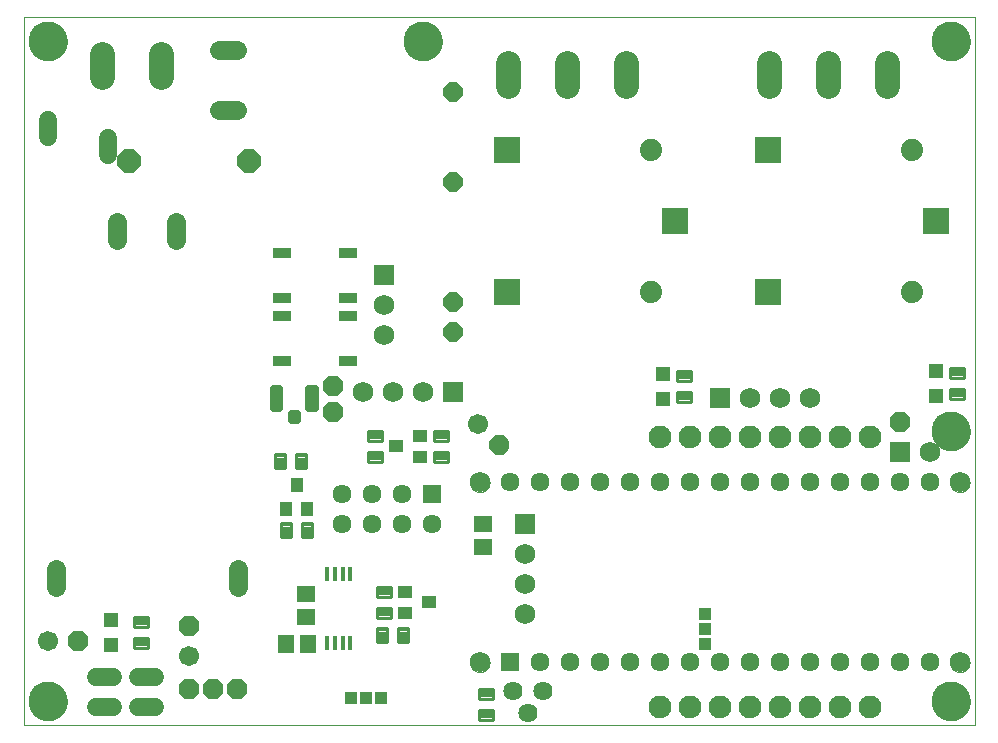
<source format=gts>
G75*
%MOIN*%
%OFA0B0*%
%FSLAX25Y25*%
%IPPOS*%
%LPD*%
%AMOC8*
5,1,8,0,0,1.08239X$1,22.5*
%
%ADD10C,0.00000*%
%ADD11C,0.12998*%
%ADD12R,0.06337X0.06337*%
%ADD13C,0.06337*%
%ADD14C,0.01340*%
%ADD15C,0.06700*%
%ADD16R,0.06306X0.05518*%
%ADD17OC8,0.06700*%
%ADD18R,0.05518X0.06306*%
%ADD19R,0.04900X0.04400*%
%ADD20C,0.01100*%
%ADD21R,0.09000X0.09000*%
%ADD22C,0.07400*%
%ADD23C,0.08200*%
%ADD24R,0.05124X0.05124*%
%ADD25C,0.07600*%
%ADD26C,0.06337*%
%ADD27C,0.06000*%
%ADD28C,0.06400*%
%ADD29C,0.06900*%
%ADD30R,0.01778X0.05124*%
%ADD31OC8,0.08000*%
%ADD32C,0.06400*%
%ADD33R,0.06400X0.03400*%
%ADD34C,0.02267*%
%ADD35C,0.02169*%
%ADD36R,0.06900X0.06900*%
%ADD37OC8,0.06337*%
%ADD38R,0.04400X0.04900*%
%ADD39R,0.04400X0.04400*%
D10*
X0002000Y0031850D02*
X0319000Y0031850D01*
X0319000Y0267850D01*
X0002000Y0267850D01*
X0002000Y0031850D01*
X0003701Y0039850D02*
X0003703Y0040008D01*
X0003709Y0040166D01*
X0003719Y0040324D01*
X0003733Y0040482D01*
X0003751Y0040639D01*
X0003772Y0040796D01*
X0003798Y0040952D01*
X0003828Y0041108D01*
X0003861Y0041263D01*
X0003899Y0041416D01*
X0003940Y0041569D01*
X0003985Y0041721D01*
X0004034Y0041872D01*
X0004087Y0042021D01*
X0004143Y0042169D01*
X0004203Y0042315D01*
X0004267Y0042460D01*
X0004335Y0042603D01*
X0004406Y0042745D01*
X0004480Y0042885D01*
X0004558Y0043022D01*
X0004640Y0043158D01*
X0004724Y0043292D01*
X0004813Y0043423D01*
X0004904Y0043552D01*
X0004999Y0043679D01*
X0005096Y0043804D01*
X0005197Y0043926D01*
X0005301Y0044045D01*
X0005408Y0044162D01*
X0005518Y0044276D01*
X0005631Y0044387D01*
X0005746Y0044496D01*
X0005864Y0044601D01*
X0005985Y0044703D01*
X0006108Y0044803D01*
X0006234Y0044899D01*
X0006362Y0044992D01*
X0006492Y0045082D01*
X0006625Y0045168D01*
X0006760Y0045252D01*
X0006896Y0045331D01*
X0007035Y0045408D01*
X0007176Y0045480D01*
X0007318Y0045550D01*
X0007462Y0045615D01*
X0007608Y0045677D01*
X0007755Y0045735D01*
X0007904Y0045790D01*
X0008054Y0045841D01*
X0008205Y0045888D01*
X0008357Y0045931D01*
X0008510Y0045970D01*
X0008665Y0046006D01*
X0008820Y0046037D01*
X0008976Y0046065D01*
X0009132Y0046089D01*
X0009289Y0046109D01*
X0009447Y0046125D01*
X0009604Y0046137D01*
X0009763Y0046145D01*
X0009921Y0046149D01*
X0010079Y0046149D01*
X0010237Y0046145D01*
X0010396Y0046137D01*
X0010553Y0046125D01*
X0010711Y0046109D01*
X0010868Y0046089D01*
X0011024Y0046065D01*
X0011180Y0046037D01*
X0011335Y0046006D01*
X0011490Y0045970D01*
X0011643Y0045931D01*
X0011795Y0045888D01*
X0011946Y0045841D01*
X0012096Y0045790D01*
X0012245Y0045735D01*
X0012392Y0045677D01*
X0012538Y0045615D01*
X0012682Y0045550D01*
X0012824Y0045480D01*
X0012965Y0045408D01*
X0013104Y0045331D01*
X0013240Y0045252D01*
X0013375Y0045168D01*
X0013508Y0045082D01*
X0013638Y0044992D01*
X0013766Y0044899D01*
X0013892Y0044803D01*
X0014015Y0044703D01*
X0014136Y0044601D01*
X0014254Y0044496D01*
X0014369Y0044387D01*
X0014482Y0044276D01*
X0014592Y0044162D01*
X0014699Y0044045D01*
X0014803Y0043926D01*
X0014904Y0043804D01*
X0015001Y0043679D01*
X0015096Y0043552D01*
X0015187Y0043423D01*
X0015276Y0043292D01*
X0015360Y0043158D01*
X0015442Y0043022D01*
X0015520Y0042885D01*
X0015594Y0042745D01*
X0015665Y0042603D01*
X0015733Y0042460D01*
X0015797Y0042315D01*
X0015857Y0042169D01*
X0015913Y0042021D01*
X0015966Y0041872D01*
X0016015Y0041721D01*
X0016060Y0041569D01*
X0016101Y0041416D01*
X0016139Y0041263D01*
X0016172Y0041108D01*
X0016202Y0040952D01*
X0016228Y0040796D01*
X0016249Y0040639D01*
X0016267Y0040482D01*
X0016281Y0040324D01*
X0016291Y0040166D01*
X0016297Y0040008D01*
X0016299Y0039850D01*
X0016297Y0039692D01*
X0016291Y0039534D01*
X0016281Y0039376D01*
X0016267Y0039218D01*
X0016249Y0039061D01*
X0016228Y0038904D01*
X0016202Y0038748D01*
X0016172Y0038592D01*
X0016139Y0038437D01*
X0016101Y0038284D01*
X0016060Y0038131D01*
X0016015Y0037979D01*
X0015966Y0037828D01*
X0015913Y0037679D01*
X0015857Y0037531D01*
X0015797Y0037385D01*
X0015733Y0037240D01*
X0015665Y0037097D01*
X0015594Y0036955D01*
X0015520Y0036815D01*
X0015442Y0036678D01*
X0015360Y0036542D01*
X0015276Y0036408D01*
X0015187Y0036277D01*
X0015096Y0036148D01*
X0015001Y0036021D01*
X0014904Y0035896D01*
X0014803Y0035774D01*
X0014699Y0035655D01*
X0014592Y0035538D01*
X0014482Y0035424D01*
X0014369Y0035313D01*
X0014254Y0035204D01*
X0014136Y0035099D01*
X0014015Y0034997D01*
X0013892Y0034897D01*
X0013766Y0034801D01*
X0013638Y0034708D01*
X0013508Y0034618D01*
X0013375Y0034532D01*
X0013240Y0034448D01*
X0013104Y0034369D01*
X0012965Y0034292D01*
X0012824Y0034220D01*
X0012682Y0034150D01*
X0012538Y0034085D01*
X0012392Y0034023D01*
X0012245Y0033965D01*
X0012096Y0033910D01*
X0011946Y0033859D01*
X0011795Y0033812D01*
X0011643Y0033769D01*
X0011490Y0033730D01*
X0011335Y0033694D01*
X0011180Y0033663D01*
X0011024Y0033635D01*
X0010868Y0033611D01*
X0010711Y0033591D01*
X0010553Y0033575D01*
X0010396Y0033563D01*
X0010237Y0033555D01*
X0010079Y0033551D01*
X0009921Y0033551D01*
X0009763Y0033555D01*
X0009604Y0033563D01*
X0009447Y0033575D01*
X0009289Y0033591D01*
X0009132Y0033611D01*
X0008976Y0033635D01*
X0008820Y0033663D01*
X0008665Y0033694D01*
X0008510Y0033730D01*
X0008357Y0033769D01*
X0008205Y0033812D01*
X0008054Y0033859D01*
X0007904Y0033910D01*
X0007755Y0033965D01*
X0007608Y0034023D01*
X0007462Y0034085D01*
X0007318Y0034150D01*
X0007176Y0034220D01*
X0007035Y0034292D01*
X0006896Y0034369D01*
X0006760Y0034448D01*
X0006625Y0034532D01*
X0006492Y0034618D01*
X0006362Y0034708D01*
X0006234Y0034801D01*
X0006108Y0034897D01*
X0005985Y0034997D01*
X0005864Y0035099D01*
X0005746Y0035204D01*
X0005631Y0035313D01*
X0005518Y0035424D01*
X0005408Y0035538D01*
X0005301Y0035655D01*
X0005197Y0035774D01*
X0005096Y0035896D01*
X0004999Y0036021D01*
X0004904Y0036148D01*
X0004813Y0036277D01*
X0004724Y0036408D01*
X0004640Y0036542D01*
X0004558Y0036678D01*
X0004480Y0036815D01*
X0004406Y0036955D01*
X0004335Y0037097D01*
X0004267Y0037240D01*
X0004203Y0037385D01*
X0004143Y0037531D01*
X0004087Y0037679D01*
X0004034Y0037828D01*
X0003985Y0037979D01*
X0003940Y0038131D01*
X0003899Y0038284D01*
X0003861Y0038437D01*
X0003828Y0038592D01*
X0003798Y0038748D01*
X0003772Y0038904D01*
X0003751Y0039061D01*
X0003733Y0039218D01*
X0003719Y0039376D01*
X0003709Y0039534D01*
X0003703Y0039692D01*
X0003701Y0039850D01*
X0150750Y0052850D02*
X0150752Y0052963D01*
X0150758Y0053077D01*
X0150768Y0053190D01*
X0150782Y0053302D01*
X0150799Y0053414D01*
X0150821Y0053526D01*
X0150847Y0053636D01*
X0150876Y0053746D01*
X0150909Y0053854D01*
X0150946Y0053962D01*
X0150987Y0054067D01*
X0151031Y0054172D01*
X0151079Y0054275D01*
X0151130Y0054376D01*
X0151185Y0054475D01*
X0151244Y0054572D01*
X0151306Y0054667D01*
X0151371Y0054760D01*
X0151439Y0054851D01*
X0151510Y0054939D01*
X0151585Y0055025D01*
X0151662Y0055108D01*
X0151742Y0055188D01*
X0151825Y0055265D01*
X0151911Y0055340D01*
X0151999Y0055411D01*
X0152090Y0055479D01*
X0152183Y0055544D01*
X0152278Y0055606D01*
X0152375Y0055665D01*
X0152474Y0055720D01*
X0152575Y0055771D01*
X0152678Y0055819D01*
X0152783Y0055863D01*
X0152888Y0055904D01*
X0152996Y0055941D01*
X0153104Y0055974D01*
X0153214Y0056003D01*
X0153324Y0056029D01*
X0153436Y0056051D01*
X0153548Y0056068D01*
X0153660Y0056082D01*
X0153773Y0056092D01*
X0153887Y0056098D01*
X0154000Y0056100D01*
X0154113Y0056098D01*
X0154227Y0056092D01*
X0154340Y0056082D01*
X0154452Y0056068D01*
X0154564Y0056051D01*
X0154676Y0056029D01*
X0154786Y0056003D01*
X0154896Y0055974D01*
X0155004Y0055941D01*
X0155112Y0055904D01*
X0155217Y0055863D01*
X0155322Y0055819D01*
X0155425Y0055771D01*
X0155526Y0055720D01*
X0155625Y0055665D01*
X0155722Y0055606D01*
X0155817Y0055544D01*
X0155910Y0055479D01*
X0156001Y0055411D01*
X0156089Y0055340D01*
X0156175Y0055265D01*
X0156258Y0055188D01*
X0156338Y0055108D01*
X0156415Y0055025D01*
X0156490Y0054939D01*
X0156561Y0054851D01*
X0156629Y0054760D01*
X0156694Y0054667D01*
X0156756Y0054572D01*
X0156815Y0054475D01*
X0156870Y0054376D01*
X0156921Y0054275D01*
X0156969Y0054172D01*
X0157013Y0054067D01*
X0157054Y0053962D01*
X0157091Y0053854D01*
X0157124Y0053746D01*
X0157153Y0053636D01*
X0157179Y0053526D01*
X0157201Y0053414D01*
X0157218Y0053302D01*
X0157232Y0053190D01*
X0157242Y0053077D01*
X0157248Y0052963D01*
X0157250Y0052850D01*
X0157248Y0052737D01*
X0157242Y0052623D01*
X0157232Y0052510D01*
X0157218Y0052398D01*
X0157201Y0052286D01*
X0157179Y0052174D01*
X0157153Y0052064D01*
X0157124Y0051954D01*
X0157091Y0051846D01*
X0157054Y0051738D01*
X0157013Y0051633D01*
X0156969Y0051528D01*
X0156921Y0051425D01*
X0156870Y0051324D01*
X0156815Y0051225D01*
X0156756Y0051128D01*
X0156694Y0051033D01*
X0156629Y0050940D01*
X0156561Y0050849D01*
X0156490Y0050761D01*
X0156415Y0050675D01*
X0156338Y0050592D01*
X0156258Y0050512D01*
X0156175Y0050435D01*
X0156089Y0050360D01*
X0156001Y0050289D01*
X0155910Y0050221D01*
X0155817Y0050156D01*
X0155722Y0050094D01*
X0155625Y0050035D01*
X0155526Y0049980D01*
X0155425Y0049929D01*
X0155322Y0049881D01*
X0155217Y0049837D01*
X0155112Y0049796D01*
X0155004Y0049759D01*
X0154896Y0049726D01*
X0154786Y0049697D01*
X0154676Y0049671D01*
X0154564Y0049649D01*
X0154452Y0049632D01*
X0154340Y0049618D01*
X0154227Y0049608D01*
X0154113Y0049602D01*
X0154000Y0049600D01*
X0153887Y0049602D01*
X0153773Y0049608D01*
X0153660Y0049618D01*
X0153548Y0049632D01*
X0153436Y0049649D01*
X0153324Y0049671D01*
X0153214Y0049697D01*
X0153104Y0049726D01*
X0152996Y0049759D01*
X0152888Y0049796D01*
X0152783Y0049837D01*
X0152678Y0049881D01*
X0152575Y0049929D01*
X0152474Y0049980D01*
X0152375Y0050035D01*
X0152278Y0050094D01*
X0152183Y0050156D01*
X0152090Y0050221D01*
X0151999Y0050289D01*
X0151911Y0050360D01*
X0151825Y0050435D01*
X0151742Y0050512D01*
X0151662Y0050592D01*
X0151585Y0050675D01*
X0151510Y0050761D01*
X0151439Y0050849D01*
X0151371Y0050940D01*
X0151306Y0051033D01*
X0151244Y0051128D01*
X0151185Y0051225D01*
X0151130Y0051324D01*
X0151079Y0051425D01*
X0151031Y0051528D01*
X0150987Y0051633D01*
X0150946Y0051738D01*
X0150909Y0051846D01*
X0150876Y0051954D01*
X0150847Y0052064D01*
X0150821Y0052174D01*
X0150799Y0052286D01*
X0150782Y0052398D01*
X0150768Y0052510D01*
X0150758Y0052623D01*
X0150752Y0052737D01*
X0150750Y0052850D01*
X0150750Y0112850D02*
X0150752Y0112963D01*
X0150758Y0113077D01*
X0150768Y0113190D01*
X0150782Y0113302D01*
X0150799Y0113414D01*
X0150821Y0113526D01*
X0150847Y0113636D01*
X0150876Y0113746D01*
X0150909Y0113854D01*
X0150946Y0113962D01*
X0150987Y0114067D01*
X0151031Y0114172D01*
X0151079Y0114275D01*
X0151130Y0114376D01*
X0151185Y0114475D01*
X0151244Y0114572D01*
X0151306Y0114667D01*
X0151371Y0114760D01*
X0151439Y0114851D01*
X0151510Y0114939D01*
X0151585Y0115025D01*
X0151662Y0115108D01*
X0151742Y0115188D01*
X0151825Y0115265D01*
X0151911Y0115340D01*
X0151999Y0115411D01*
X0152090Y0115479D01*
X0152183Y0115544D01*
X0152278Y0115606D01*
X0152375Y0115665D01*
X0152474Y0115720D01*
X0152575Y0115771D01*
X0152678Y0115819D01*
X0152783Y0115863D01*
X0152888Y0115904D01*
X0152996Y0115941D01*
X0153104Y0115974D01*
X0153214Y0116003D01*
X0153324Y0116029D01*
X0153436Y0116051D01*
X0153548Y0116068D01*
X0153660Y0116082D01*
X0153773Y0116092D01*
X0153887Y0116098D01*
X0154000Y0116100D01*
X0154113Y0116098D01*
X0154227Y0116092D01*
X0154340Y0116082D01*
X0154452Y0116068D01*
X0154564Y0116051D01*
X0154676Y0116029D01*
X0154786Y0116003D01*
X0154896Y0115974D01*
X0155004Y0115941D01*
X0155112Y0115904D01*
X0155217Y0115863D01*
X0155322Y0115819D01*
X0155425Y0115771D01*
X0155526Y0115720D01*
X0155625Y0115665D01*
X0155722Y0115606D01*
X0155817Y0115544D01*
X0155910Y0115479D01*
X0156001Y0115411D01*
X0156089Y0115340D01*
X0156175Y0115265D01*
X0156258Y0115188D01*
X0156338Y0115108D01*
X0156415Y0115025D01*
X0156490Y0114939D01*
X0156561Y0114851D01*
X0156629Y0114760D01*
X0156694Y0114667D01*
X0156756Y0114572D01*
X0156815Y0114475D01*
X0156870Y0114376D01*
X0156921Y0114275D01*
X0156969Y0114172D01*
X0157013Y0114067D01*
X0157054Y0113962D01*
X0157091Y0113854D01*
X0157124Y0113746D01*
X0157153Y0113636D01*
X0157179Y0113526D01*
X0157201Y0113414D01*
X0157218Y0113302D01*
X0157232Y0113190D01*
X0157242Y0113077D01*
X0157248Y0112963D01*
X0157250Y0112850D01*
X0157248Y0112737D01*
X0157242Y0112623D01*
X0157232Y0112510D01*
X0157218Y0112398D01*
X0157201Y0112286D01*
X0157179Y0112174D01*
X0157153Y0112064D01*
X0157124Y0111954D01*
X0157091Y0111846D01*
X0157054Y0111738D01*
X0157013Y0111633D01*
X0156969Y0111528D01*
X0156921Y0111425D01*
X0156870Y0111324D01*
X0156815Y0111225D01*
X0156756Y0111128D01*
X0156694Y0111033D01*
X0156629Y0110940D01*
X0156561Y0110849D01*
X0156490Y0110761D01*
X0156415Y0110675D01*
X0156338Y0110592D01*
X0156258Y0110512D01*
X0156175Y0110435D01*
X0156089Y0110360D01*
X0156001Y0110289D01*
X0155910Y0110221D01*
X0155817Y0110156D01*
X0155722Y0110094D01*
X0155625Y0110035D01*
X0155526Y0109980D01*
X0155425Y0109929D01*
X0155322Y0109881D01*
X0155217Y0109837D01*
X0155112Y0109796D01*
X0155004Y0109759D01*
X0154896Y0109726D01*
X0154786Y0109697D01*
X0154676Y0109671D01*
X0154564Y0109649D01*
X0154452Y0109632D01*
X0154340Y0109618D01*
X0154227Y0109608D01*
X0154113Y0109602D01*
X0154000Y0109600D01*
X0153887Y0109602D01*
X0153773Y0109608D01*
X0153660Y0109618D01*
X0153548Y0109632D01*
X0153436Y0109649D01*
X0153324Y0109671D01*
X0153214Y0109697D01*
X0153104Y0109726D01*
X0152996Y0109759D01*
X0152888Y0109796D01*
X0152783Y0109837D01*
X0152678Y0109881D01*
X0152575Y0109929D01*
X0152474Y0109980D01*
X0152375Y0110035D01*
X0152278Y0110094D01*
X0152183Y0110156D01*
X0152090Y0110221D01*
X0151999Y0110289D01*
X0151911Y0110360D01*
X0151825Y0110435D01*
X0151742Y0110512D01*
X0151662Y0110592D01*
X0151585Y0110675D01*
X0151510Y0110761D01*
X0151439Y0110849D01*
X0151371Y0110940D01*
X0151306Y0111033D01*
X0151244Y0111128D01*
X0151185Y0111225D01*
X0151130Y0111324D01*
X0151079Y0111425D01*
X0151031Y0111528D01*
X0150987Y0111633D01*
X0150946Y0111738D01*
X0150909Y0111846D01*
X0150876Y0111954D01*
X0150847Y0112064D01*
X0150821Y0112174D01*
X0150799Y0112286D01*
X0150782Y0112398D01*
X0150768Y0112510D01*
X0150758Y0112623D01*
X0150752Y0112737D01*
X0150750Y0112850D01*
X0304701Y0129850D02*
X0304703Y0130008D01*
X0304709Y0130166D01*
X0304719Y0130324D01*
X0304733Y0130482D01*
X0304751Y0130639D01*
X0304772Y0130796D01*
X0304798Y0130952D01*
X0304828Y0131108D01*
X0304861Y0131263D01*
X0304899Y0131416D01*
X0304940Y0131569D01*
X0304985Y0131721D01*
X0305034Y0131872D01*
X0305087Y0132021D01*
X0305143Y0132169D01*
X0305203Y0132315D01*
X0305267Y0132460D01*
X0305335Y0132603D01*
X0305406Y0132745D01*
X0305480Y0132885D01*
X0305558Y0133022D01*
X0305640Y0133158D01*
X0305724Y0133292D01*
X0305813Y0133423D01*
X0305904Y0133552D01*
X0305999Y0133679D01*
X0306096Y0133804D01*
X0306197Y0133926D01*
X0306301Y0134045D01*
X0306408Y0134162D01*
X0306518Y0134276D01*
X0306631Y0134387D01*
X0306746Y0134496D01*
X0306864Y0134601D01*
X0306985Y0134703D01*
X0307108Y0134803D01*
X0307234Y0134899D01*
X0307362Y0134992D01*
X0307492Y0135082D01*
X0307625Y0135168D01*
X0307760Y0135252D01*
X0307896Y0135331D01*
X0308035Y0135408D01*
X0308176Y0135480D01*
X0308318Y0135550D01*
X0308462Y0135615D01*
X0308608Y0135677D01*
X0308755Y0135735D01*
X0308904Y0135790D01*
X0309054Y0135841D01*
X0309205Y0135888D01*
X0309357Y0135931D01*
X0309510Y0135970D01*
X0309665Y0136006D01*
X0309820Y0136037D01*
X0309976Y0136065D01*
X0310132Y0136089D01*
X0310289Y0136109D01*
X0310447Y0136125D01*
X0310604Y0136137D01*
X0310763Y0136145D01*
X0310921Y0136149D01*
X0311079Y0136149D01*
X0311237Y0136145D01*
X0311396Y0136137D01*
X0311553Y0136125D01*
X0311711Y0136109D01*
X0311868Y0136089D01*
X0312024Y0136065D01*
X0312180Y0136037D01*
X0312335Y0136006D01*
X0312490Y0135970D01*
X0312643Y0135931D01*
X0312795Y0135888D01*
X0312946Y0135841D01*
X0313096Y0135790D01*
X0313245Y0135735D01*
X0313392Y0135677D01*
X0313538Y0135615D01*
X0313682Y0135550D01*
X0313824Y0135480D01*
X0313965Y0135408D01*
X0314104Y0135331D01*
X0314240Y0135252D01*
X0314375Y0135168D01*
X0314508Y0135082D01*
X0314638Y0134992D01*
X0314766Y0134899D01*
X0314892Y0134803D01*
X0315015Y0134703D01*
X0315136Y0134601D01*
X0315254Y0134496D01*
X0315369Y0134387D01*
X0315482Y0134276D01*
X0315592Y0134162D01*
X0315699Y0134045D01*
X0315803Y0133926D01*
X0315904Y0133804D01*
X0316001Y0133679D01*
X0316096Y0133552D01*
X0316187Y0133423D01*
X0316276Y0133292D01*
X0316360Y0133158D01*
X0316442Y0133022D01*
X0316520Y0132885D01*
X0316594Y0132745D01*
X0316665Y0132603D01*
X0316733Y0132460D01*
X0316797Y0132315D01*
X0316857Y0132169D01*
X0316913Y0132021D01*
X0316966Y0131872D01*
X0317015Y0131721D01*
X0317060Y0131569D01*
X0317101Y0131416D01*
X0317139Y0131263D01*
X0317172Y0131108D01*
X0317202Y0130952D01*
X0317228Y0130796D01*
X0317249Y0130639D01*
X0317267Y0130482D01*
X0317281Y0130324D01*
X0317291Y0130166D01*
X0317297Y0130008D01*
X0317299Y0129850D01*
X0317297Y0129692D01*
X0317291Y0129534D01*
X0317281Y0129376D01*
X0317267Y0129218D01*
X0317249Y0129061D01*
X0317228Y0128904D01*
X0317202Y0128748D01*
X0317172Y0128592D01*
X0317139Y0128437D01*
X0317101Y0128284D01*
X0317060Y0128131D01*
X0317015Y0127979D01*
X0316966Y0127828D01*
X0316913Y0127679D01*
X0316857Y0127531D01*
X0316797Y0127385D01*
X0316733Y0127240D01*
X0316665Y0127097D01*
X0316594Y0126955D01*
X0316520Y0126815D01*
X0316442Y0126678D01*
X0316360Y0126542D01*
X0316276Y0126408D01*
X0316187Y0126277D01*
X0316096Y0126148D01*
X0316001Y0126021D01*
X0315904Y0125896D01*
X0315803Y0125774D01*
X0315699Y0125655D01*
X0315592Y0125538D01*
X0315482Y0125424D01*
X0315369Y0125313D01*
X0315254Y0125204D01*
X0315136Y0125099D01*
X0315015Y0124997D01*
X0314892Y0124897D01*
X0314766Y0124801D01*
X0314638Y0124708D01*
X0314508Y0124618D01*
X0314375Y0124532D01*
X0314240Y0124448D01*
X0314104Y0124369D01*
X0313965Y0124292D01*
X0313824Y0124220D01*
X0313682Y0124150D01*
X0313538Y0124085D01*
X0313392Y0124023D01*
X0313245Y0123965D01*
X0313096Y0123910D01*
X0312946Y0123859D01*
X0312795Y0123812D01*
X0312643Y0123769D01*
X0312490Y0123730D01*
X0312335Y0123694D01*
X0312180Y0123663D01*
X0312024Y0123635D01*
X0311868Y0123611D01*
X0311711Y0123591D01*
X0311553Y0123575D01*
X0311396Y0123563D01*
X0311237Y0123555D01*
X0311079Y0123551D01*
X0310921Y0123551D01*
X0310763Y0123555D01*
X0310604Y0123563D01*
X0310447Y0123575D01*
X0310289Y0123591D01*
X0310132Y0123611D01*
X0309976Y0123635D01*
X0309820Y0123663D01*
X0309665Y0123694D01*
X0309510Y0123730D01*
X0309357Y0123769D01*
X0309205Y0123812D01*
X0309054Y0123859D01*
X0308904Y0123910D01*
X0308755Y0123965D01*
X0308608Y0124023D01*
X0308462Y0124085D01*
X0308318Y0124150D01*
X0308176Y0124220D01*
X0308035Y0124292D01*
X0307896Y0124369D01*
X0307760Y0124448D01*
X0307625Y0124532D01*
X0307492Y0124618D01*
X0307362Y0124708D01*
X0307234Y0124801D01*
X0307108Y0124897D01*
X0306985Y0124997D01*
X0306864Y0125099D01*
X0306746Y0125204D01*
X0306631Y0125313D01*
X0306518Y0125424D01*
X0306408Y0125538D01*
X0306301Y0125655D01*
X0306197Y0125774D01*
X0306096Y0125896D01*
X0305999Y0126021D01*
X0305904Y0126148D01*
X0305813Y0126277D01*
X0305724Y0126408D01*
X0305640Y0126542D01*
X0305558Y0126678D01*
X0305480Y0126815D01*
X0305406Y0126955D01*
X0305335Y0127097D01*
X0305267Y0127240D01*
X0305203Y0127385D01*
X0305143Y0127531D01*
X0305087Y0127679D01*
X0305034Y0127828D01*
X0304985Y0127979D01*
X0304940Y0128131D01*
X0304899Y0128284D01*
X0304861Y0128437D01*
X0304828Y0128592D01*
X0304798Y0128748D01*
X0304772Y0128904D01*
X0304751Y0129061D01*
X0304733Y0129218D01*
X0304719Y0129376D01*
X0304709Y0129534D01*
X0304703Y0129692D01*
X0304701Y0129850D01*
X0310750Y0112850D02*
X0310752Y0112963D01*
X0310758Y0113077D01*
X0310768Y0113190D01*
X0310782Y0113302D01*
X0310799Y0113414D01*
X0310821Y0113526D01*
X0310847Y0113636D01*
X0310876Y0113746D01*
X0310909Y0113854D01*
X0310946Y0113962D01*
X0310987Y0114067D01*
X0311031Y0114172D01*
X0311079Y0114275D01*
X0311130Y0114376D01*
X0311185Y0114475D01*
X0311244Y0114572D01*
X0311306Y0114667D01*
X0311371Y0114760D01*
X0311439Y0114851D01*
X0311510Y0114939D01*
X0311585Y0115025D01*
X0311662Y0115108D01*
X0311742Y0115188D01*
X0311825Y0115265D01*
X0311911Y0115340D01*
X0311999Y0115411D01*
X0312090Y0115479D01*
X0312183Y0115544D01*
X0312278Y0115606D01*
X0312375Y0115665D01*
X0312474Y0115720D01*
X0312575Y0115771D01*
X0312678Y0115819D01*
X0312783Y0115863D01*
X0312888Y0115904D01*
X0312996Y0115941D01*
X0313104Y0115974D01*
X0313214Y0116003D01*
X0313324Y0116029D01*
X0313436Y0116051D01*
X0313548Y0116068D01*
X0313660Y0116082D01*
X0313773Y0116092D01*
X0313887Y0116098D01*
X0314000Y0116100D01*
X0314113Y0116098D01*
X0314227Y0116092D01*
X0314340Y0116082D01*
X0314452Y0116068D01*
X0314564Y0116051D01*
X0314676Y0116029D01*
X0314786Y0116003D01*
X0314896Y0115974D01*
X0315004Y0115941D01*
X0315112Y0115904D01*
X0315217Y0115863D01*
X0315322Y0115819D01*
X0315425Y0115771D01*
X0315526Y0115720D01*
X0315625Y0115665D01*
X0315722Y0115606D01*
X0315817Y0115544D01*
X0315910Y0115479D01*
X0316001Y0115411D01*
X0316089Y0115340D01*
X0316175Y0115265D01*
X0316258Y0115188D01*
X0316338Y0115108D01*
X0316415Y0115025D01*
X0316490Y0114939D01*
X0316561Y0114851D01*
X0316629Y0114760D01*
X0316694Y0114667D01*
X0316756Y0114572D01*
X0316815Y0114475D01*
X0316870Y0114376D01*
X0316921Y0114275D01*
X0316969Y0114172D01*
X0317013Y0114067D01*
X0317054Y0113962D01*
X0317091Y0113854D01*
X0317124Y0113746D01*
X0317153Y0113636D01*
X0317179Y0113526D01*
X0317201Y0113414D01*
X0317218Y0113302D01*
X0317232Y0113190D01*
X0317242Y0113077D01*
X0317248Y0112963D01*
X0317250Y0112850D01*
X0317248Y0112737D01*
X0317242Y0112623D01*
X0317232Y0112510D01*
X0317218Y0112398D01*
X0317201Y0112286D01*
X0317179Y0112174D01*
X0317153Y0112064D01*
X0317124Y0111954D01*
X0317091Y0111846D01*
X0317054Y0111738D01*
X0317013Y0111633D01*
X0316969Y0111528D01*
X0316921Y0111425D01*
X0316870Y0111324D01*
X0316815Y0111225D01*
X0316756Y0111128D01*
X0316694Y0111033D01*
X0316629Y0110940D01*
X0316561Y0110849D01*
X0316490Y0110761D01*
X0316415Y0110675D01*
X0316338Y0110592D01*
X0316258Y0110512D01*
X0316175Y0110435D01*
X0316089Y0110360D01*
X0316001Y0110289D01*
X0315910Y0110221D01*
X0315817Y0110156D01*
X0315722Y0110094D01*
X0315625Y0110035D01*
X0315526Y0109980D01*
X0315425Y0109929D01*
X0315322Y0109881D01*
X0315217Y0109837D01*
X0315112Y0109796D01*
X0315004Y0109759D01*
X0314896Y0109726D01*
X0314786Y0109697D01*
X0314676Y0109671D01*
X0314564Y0109649D01*
X0314452Y0109632D01*
X0314340Y0109618D01*
X0314227Y0109608D01*
X0314113Y0109602D01*
X0314000Y0109600D01*
X0313887Y0109602D01*
X0313773Y0109608D01*
X0313660Y0109618D01*
X0313548Y0109632D01*
X0313436Y0109649D01*
X0313324Y0109671D01*
X0313214Y0109697D01*
X0313104Y0109726D01*
X0312996Y0109759D01*
X0312888Y0109796D01*
X0312783Y0109837D01*
X0312678Y0109881D01*
X0312575Y0109929D01*
X0312474Y0109980D01*
X0312375Y0110035D01*
X0312278Y0110094D01*
X0312183Y0110156D01*
X0312090Y0110221D01*
X0311999Y0110289D01*
X0311911Y0110360D01*
X0311825Y0110435D01*
X0311742Y0110512D01*
X0311662Y0110592D01*
X0311585Y0110675D01*
X0311510Y0110761D01*
X0311439Y0110849D01*
X0311371Y0110940D01*
X0311306Y0111033D01*
X0311244Y0111128D01*
X0311185Y0111225D01*
X0311130Y0111324D01*
X0311079Y0111425D01*
X0311031Y0111528D01*
X0310987Y0111633D01*
X0310946Y0111738D01*
X0310909Y0111846D01*
X0310876Y0111954D01*
X0310847Y0112064D01*
X0310821Y0112174D01*
X0310799Y0112286D01*
X0310782Y0112398D01*
X0310768Y0112510D01*
X0310758Y0112623D01*
X0310752Y0112737D01*
X0310750Y0112850D01*
X0310750Y0052850D02*
X0310752Y0052963D01*
X0310758Y0053077D01*
X0310768Y0053190D01*
X0310782Y0053302D01*
X0310799Y0053414D01*
X0310821Y0053526D01*
X0310847Y0053636D01*
X0310876Y0053746D01*
X0310909Y0053854D01*
X0310946Y0053962D01*
X0310987Y0054067D01*
X0311031Y0054172D01*
X0311079Y0054275D01*
X0311130Y0054376D01*
X0311185Y0054475D01*
X0311244Y0054572D01*
X0311306Y0054667D01*
X0311371Y0054760D01*
X0311439Y0054851D01*
X0311510Y0054939D01*
X0311585Y0055025D01*
X0311662Y0055108D01*
X0311742Y0055188D01*
X0311825Y0055265D01*
X0311911Y0055340D01*
X0311999Y0055411D01*
X0312090Y0055479D01*
X0312183Y0055544D01*
X0312278Y0055606D01*
X0312375Y0055665D01*
X0312474Y0055720D01*
X0312575Y0055771D01*
X0312678Y0055819D01*
X0312783Y0055863D01*
X0312888Y0055904D01*
X0312996Y0055941D01*
X0313104Y0055974D01*
X0313214Y0056003D01*
X0313324Y0056029D01*
X0313436Y0056051D01*
X0313548Y0056068D01*
X0313660Y0056082D01*
X0313773Y0056092D01*
X0313887Y0056098D01*
X0314000Y0056100D01*
X0314113Y0056098D01*
X0314227Y0056092D01*
X0314340Y0056082D01*
X0314452Y0056068D01*
X0314564Y0056051D01*
X0314676Y0056029D01*
X0314786Y0056003D01*
X0314896Y0055974D01*
X0315004Y0055941D01*
X0315112Y0055904D01*
X0315217Y0055863D01*
X0315322Y0055819D01*
X0315425Y0055771D01*
X0315526Y0055720D01*
X0315625Y0055665D01*
X0315722Y0055606D01*
X0315817Y0055544D01*
X0315910Y0055479D01*
X0316001Y0055411D01*
X0316089Y0055340D01*
X0316175Y0055265D01*
X0316258Y0055188D01*
X0316338Y0055108D01*
X0316415Y0055025D01*
X0316490Y0054939D01*
X0316561Y0054851D01*
X0316629Y0054760D01*
X0316694Y0054667D01*
X0316756Y0054572D01*
X0316815Y0054475D01*
X0316870Y0054376D01*
X0316921Y0054275D01*
X0316969Y0054172D01*
X0317013Y0054067D01*
X0317054Y0053962D01*
X0317091Y0053854D01*
X0317124Y0053746D01*
X0317153Y0053636D01*
X0317179Y0053526D01*
X0317201Y0053414D01*
X0317218Y0053302D01*
X0317232Y0053190D01*
X0317242Y0053077D01*
X0317248Y0052963D01*
X0317250Y0052850D01*
X0317248Y0052737D01*
X0317242Y0052623D01*
X0317232Y0052510D01*
X0317218Y0052398D01*
X0317201Y0052286D01*
X0317179Y0052174D01*
X0317153Y0052064D01*
X0317124Y0051954D01*
X0317091Y0051846D01*
X0317054Y0051738D01*
X0317013Y0051633D01*
X0316969Y0051528D01*
X0316921Y0051425D01*
X0316870Y0051324D01*
X0316815Y0051225D01*
X0316756Y0051128D01*
X0316694Y0051033D01*
X0316629Y0050940D01*
X0316561Y0050849D01*
X0316490Y0050761D01*
X0316415Y0050675D01*
X0316338Y0050592D01*
X0316258Y0050512D01*
X0316175Y0050435D01*
X0316089Y0050360D01*
X0316001Y0050289D01*
X0315910Y0050221D01*
X0315817Y0050156D01*
X0315722Y0050094D01*
X0315625Y0050035D01*
X0315526Y0049980D01*
X0315425Y0049929D01*
X0315322Y0049881D01*
X0315217Y0049837D01*
X0315112Y0049796D01*
X0315004Y0049759D01*
X0314896Y0049726D01*
X0314786Y0049697D01*
X0314676Y0049671D01*
X0314564Y0049649D01*
X0314452Y0049632D01*
X0314340Y0049618D01*
X0314227Y0049608D01*
X0314113Y0049602D01*
X0314000Y0049600D01*
X0313887Y0049602D01*
X0313773Y0049608D01*
X0313660Y0049618D01*
X0313548Y0049632D01*
X0313436Y0049649D01*
X0313324Y0049671D01*
X0313214Y0049697D01*
X0313104Y0049726D01*
X0312996Y0049759D01*
X0312888Y0049796D01*
X0312783Y0049837D01*
X0312678Y0049881D01*
X0312575Y0049929D01*
X0312474Y0049980D01*
X0312375Y0050035D01*
X0312278Y0050094D01*
X0312183Y0050156D01*
X0312090Y0050221D01*
X0311999Y0050289D01*
X0311911Y0050360D01*
X0311825Y0050435D01*
X0311742Y0050512D01*
X0311662Y0050592D01*
X0311585Y0050675D01*
X0311510Y0050761D01*
X0311439Y0050849D01*
X0311371Y0050940D01*
X0311306Y0051033D01*
X0311244Y0051128D01*
X0311185Y0051225D01*
X0311130Y0051324D01*
X0311079Y0051425D01*
X0311031Y0051528D01*
X0310987Y0051633D01*
X0310946Y0051738D01*
X0310909Y0051846D01*
X0310876Y0051954D01*
X0310847Y0052064D01*
X0310821Y0052174D01*
X0310799Y0052286D01*
X0310782Y0052398D01*
X0310768Y0052510D01*
X0310758Y0052623D01*
X0310752Y0052737D01*
X0310750Y0052850D01*
X0304701Y0039850D02*
X0304703Y0040008D01*
X0304709Y0040166D01*
X0304719Y0040324D01*
X0304733Y0040482D01*
X0304751Y0040639D01*
X0304772Y0040796D01*
X0304798Y0040952D01*
X0304828Y0041108D01*
X0304861Y0041263D01*
X0304899Y0041416D01*
X0304940Y0041569D01*
X0304985Y0041721D01*
X0305034Y0041872D01*
X0305087Y0042021D01*
X0305143Y0042169D01*
X0305203Y0042315D01*
X0305267Y0042460D01*
X0305335Y0042603D01*
X0305406Y0042745D01*
X0305480Y0042885D01*
X0305558Y0043022D01*
X0305640Y0043158D01*
X0305724Y0043292D01*
X0305813Y0043423D01*
X0305904Y0043552D01*
X0305999Y0043679D01*
X0306096Y0043804D01*
X0306197Y0043926D01*
X0306301Y0044045D01*
X0306408Y0044162D01*
X0306518Y0044276D01*
X0306631Y0044387D01*
X0306746Y0044496D01*
X0306864Y0044601D01*
X0306985Y0044703D01*
X0307108Y0044803D01*
X0307234Y0044899D01*
X0307362Y0044992D01*
X0307492Y0045082D01*
X0307625Y0045168D01*
X0307760Y0045252D01*
X0307896Y0045331D01*
X0308035Y0045408D01*
X0308176Y0045480D01*
X0308318Y0045550D01*
X0308462Y0045615D01*
X0308608Y0045677D01*
X0308755Y0045735D01*
X0308904Y0045790D01*
X0309054Y0045841D01*
X0309205Y0045888D01*
X0309357Y0045931D01*
X0309510Y0045970D01*
X0309665Y0046006D01*
X0309820Y0046037D01*
X0309976Y0046065D01*
X0310132Y0046089D01*
X0310289Y0046109D01*
X0310447Y0046125D01*
X0310604Y0046137D01*
X0310763Y0046145D01*
X0310921Y0046149D01*
X0311079Y0046149D01*
X0311237Y0046145D01*
X0311396Y0046137D01*
X0311553Y0046125D01*
X0311711Y0046109D01*
X0311868Y0046089D01*
X0312024Y0046065D01*
X0312180Y0046037D01*
X0312335Y0046006D01*
X0312490Y0045970D01*
X0312643Y0045931D01*
X0312795Y0045888D01*
X0312946Y0045841D01*
X0313096Y0045790D01*
X0313245Y0045735D01*
X0313392Y0045677D01*
X0313538Y0045615D01*
X0313682Y0045550D01*
X0313824Y0045480D01*
X0313965Y0045408D01*
X0314104Y0045331D01*
X0314240Y0045252D01*
X0314375Y0045168D01*
X0314508Y0045082D01*
X0314638Y0044992D01*
X0314766Y0044899D01*
X0314892Y0044803D01*
X0315015Y0044703D01*
X0315136Y0044601D01*
X0315254Y0044496D01*
X0315369Y0044387D01*
X0315482Y0044276D01*
X0315592Y0044162D01*
X0315699Y0044045D01*
X0315803Y0043926D01*
X0315904Y0043804D01*
X0316001Y0043679D01*
X0316096Y0043552D01*
X0316187Y0043423D01*
X0316276Y0043292D01*
X0316360Y0043158D01*
X0316442Y0043022D01*
X0316520Y0042885D01*
X0316594Y0042745D01*
X0316665Y0042603D01*
X0316733Y0042460D01*
X0316797Y0042315D01*
X0316857Y0042169D01*
X0316913Y0042021D01*
X0316966Y0041872D01*
X0317015Y0041721D01*
X0317060Y0041569D01*
X0317101Y0041416D01*
X0317139Y0041263D01*
X0317172Y0041108D01*
X0317202Y0040952D01*
X0317228Y0040796D01*
X0317249Y0040639D01*
X0317267Y0040482D01*
X0317281Y0040324D01*
X0317291Y0040166D01*
X0317297Y0040008D01*
X0317299Y0039850D01*
X0317297Y0039692D01*
X0317291Y0039534D01*
X0317281Y0039376D01*
X0317267Y0039218D01*
X0317249Y0039061D01*
X0317228Y0038904D01*
X0317202Y0038748D01*
X0317172Y0038592D01*
X0317139Y0038437D01*
X0317101Y0038284D01*
X0317060Y0038131D01*
X0317015Y0037979D01*
X0316966Y0037828D01*
X0316913Y0037679D01*
X0316857Y0037531D01*
X0316797Y0037385D01*
X0316733Y0037240D01*
X0316665Y0037097D01*
X0316594Y0036955D01*
X0316520Y0036815D01*
X0316442Y0036678D01*
X0316360Y0036542D01*
X0316276Y0036408D01*
X0316187Y0036277D01*
X0316096Y0036148D01*
X0316001Y0036021D01*
X0315904Y0035896D01*
X0315803Y0035774D01*
X0315699Y0035655D01*
X0315592Y0035538D01*
X0315482Y0035424D01*
X0315369Y0035313D01*
X0315254Y0035204D01*
X0315136Y0035099D01*
X0315015Y0034997D01*
X0314892Y0034897D01*
X0314766Y0034801D01*
X0314638Y0034708D01*
X0314508Y0034618D01*
X0314375Y0034532D01*
X0314240Y0034448D01*
X0314104Y0034369D01*
X0313965Y0034292D01*
X0313824Y0034220D01*
X0313682Y0034150D01*
X0313538Y0034085D01*
X0313392Y0034023D01*
X0313245Y0033965D01*
X0313096Y0033910D01*
X0312946Y0033859D01*
X0312795Y0033812D01*
X0312643Y0033769D01*
X0312490Y0033730D01*
X0312335Y0033694D01*
X0312180Y0033663D01*
X0312024Y0033635D01*
X0311868Y0033611D01*
X0311711Y0033591D01*
X0311553Y0033575D01*
X0311396Y0033563D01*
X0311237Y0033555D01*
X0311079Y0033551D01*
X0310921Y0033551D01*
X0310763Y0033555D01*
X0310604Y0033563D01*
X0310447Y0033575D01*
X0310289Y0033591D01*
X0310132Y0033611D01*
X0309976Y0033635D01*
X0309820Y0033663D01*
X0309665Y0033694D01*
X0309510Y0033730D01*
X0309357Y0033769D01*
X0309205Y0033812D01*
X0309054Y0033859D01*
X0308904Y0033910D01*
X0308755Y0033965D01*
X0308608Y0034023D01*
X0308462Y0034085D01*
X0308318Y0034150D01*
X0308176Y0034220D01*
X0308035Y0034292D01*
X0307896Y0034369D01*
X0307760Y0034448D01*
X0307625Y0034532D01*
X0307492Y0034618D01*
X0307362Y0034708D01*
X0307234Y0034801D01*
X0307108Y0034897D01*
X0306985Y0034997D01*
X0306864Y0035099D01*
X0306746Y0035204D01*
X0306631Y0035313D01*
X0306518Y0035424D01*
X0306408Y0035538D01*
X0306301Y0035655D01*
X0306197Y0035774D01*
X0306096Y0035896D01*
X0305999Y0036021D01*
X0305904Y0036148D01*
X0305813Y0036277D01*
X0305724Y0036408D01*
X0305640Y0036542D01*
X0305558Y0036678D01*
X0305480Y0036815D01*
X0305406Y0036955D01*
X0305335Y0037097D01*
X0305267Y0037240D01*
X0305203Y0037385D01*
X0305143Y0037531D01*
X0305087Y0037679D01*
X0305034Y0037828D01*
X0304985Y0037979D01*
X0304940Y0038131D01*
X0304899Y0038284D01*
X0304861Y0038437D01*
X0304828Y0038592D01*
X0304798Y0038748D01*
X0304772Y0038904D01*
X0304751Y0039061D01*
X0304733Y0039218D01*
X0304719Y0039376D01*
X0304709Y0039534D01*
X0304703Y0039692D01*
X0304701Y0039850D01*
X0304701Y0259850D02*
X0304703Y0260008D01*
X0304709Y0260166D01*
X0304719Y0260324D01*
X0304733Y0260482D01*
X0304751Y0260639D01*
X0304772Y0260796D01*
X0304798Y0260952D01*
X0304828Y0261108D01*
X0304861Y0261263D01*
X0304899Y0261416D01*
X0304940Y0261569D01*
X0304985Y0261721D01*
X0305034Y0261872D01*
X0305087Y0262021D01*
X0305143Y0262169D01*
X0305203Y0262315D01*
X0305267Y0262460D01*
X0305335Y0262603D01*
X0305406Y0262745D01*
X0305480Y0262885D01*
X0305558Y0263022D01*
X0305640Y0263158D01*
X0305724Y0263292D01*
X0305813Y0263423D01*
X0305904Y0263552D01*
X0305999Y0263679D01*
X0306096Y0263804D01*
X0306197Y0263926D01*
X0306301Y0264045D01*
X0306408Y0264162D01*
X0306518Y0264276D01*
X0306631Y0264387D01*
X0306746Y0264496D01*
X0306864Y0264601D01*
X0306985Y0264703D01*
X0307108Y0264803D01*
X0307234Y0264899D01*
X0307362Y0264992D01*
X0307492Y0265082D01*
X0307625Y0265168D01*
X0307760Y0265252D01*
X0307896Y0265331D01*
X0308035Y0265408D01*
X0308176Y0265480D01*
X0308318Y0265550D01*
X0308462Y0265615D01*
X0308608Y0265677D01*
X0308755Y0265735D01*
X0308904Y0265790D01*
X0309054Y0265841D01*
X0309205Y0265888D01*
X0309357Y0265931D01*
X0309510Y0265970D01*
X0309665Y0266006D01*
X0309820Y0266037D01*
X0309976Y0266065D01*
X0310132Y0266089D01*
X0310289Y0266109D01*
X0310447Y0266125D01*
X0310604Y0266137D01*
X0310763Y0266145D01*
X0310921Y0266149D01*
X0311079Y0266149D01*
X0311237Y0266145D01*
X0311396Y0266137D01*
X0311553Y0266125D01*
X0311711Y0266109D01*
X0311868Y0266089D01*
X0312024Y0266065D01*
X0312180Y0266037D01*
X0312335Y0266006D01*
X0312490Y0265970D01*
X0312643Y0265931D01*
X0312795Y0265888D01*
X0312946Y0265841D01*
X0313096Y0265790D01*
X0313245Y0265735D01*
X0313392Y0265677D01*
X0313538Y0265615D01*
X0313682Y0265550D01*
X0313824Y0265480D01*
X0313965Y0265408D01*
X0314104Y0265331D01*
X0314240Y0265252D01*
X0314375Y0265168D01*
X0314508Y0265082D01*
X0314638Y0264992D01*
X0314766Y0264899D01*
X0314892Y0264803D01*
X0315015Y0264703D01*
X0315136Y0264601D01*
X0315254Y0264496D01*
X0315369Y0264387D01*
X0315482Y0264276D01*
X0315592Y0264162D01*
X0315699Y0264045D01*
X0315803Y0263926D01*
X0315904Y0263804D01*
X0316001Y0263679D01*
X0316096Y0263552D01*
X0316187Y0263423D01*
X0316276Y0263292D01*
X0316360Y0263158D01*
X0316442Y0263022D01*
X0316520Y0262885D01*
X0316594Y0262745D01*
X0316665Y0262603D01*
X0316733Y0262460D01*
X0316797Y0262315D01*
X0316857Y0262169D01*
X0316913Y0262021D01*
X0316966Y0261872D01*
X0317015Y0261721D01*
X0317060Y0261569D01*
X0317101Y0261416D01*
X0317139Y0261263D01*
X0317172Y0261108D01*
X0317202Y0260952D01*
X0317228Y0260796D01*
X0317249Y0260639D01*
X0317267Y0260482D01*
X0317281Y0260324D01*
X0317291Y0260166D01*
X0317297Y0260008D01*
X0317299Y0259850D01*
X0317297Y0259692D01*
X0317291Y0259534D01*
X0317281Y0259376D01*
X0317267Y0259218D01*
X0317249Y0259061D01*
X0317228Y0258904D01*
X0317202Y0258748D01*
X0317172Y0258592D01*
X0317139Y0258437D01*
X0317101Y0258284D01*
X0317060Y0258131D01*
X0317015Y0257979D01*
X0316966Y0257828D01*
X0316913Y0257679D01*
X0316857Y0257531D01*
X0316797Y0257385D01*
X0316733Y0257240D01*
X0316665Y0257097D01*
X0316594Y0256955D01*
X0316520Y0256815D01*
X0316442Y0256678D01*
X0316360Y0256542D01*
X0316276Y0256408D01*
X0316187Y0256277D01*
X0316096Y0256148D01*
X0316001Y0256021D01*
X0315904Y0255896D01*
X0315803Y0255774D01*
X0315699Y0255655D01*
X0315592Y0255538D01*
X0315482Y0255424D01*
X0315369Y0255313D01*
X0315254Y0255204D01*
X0315136Y0255099D01*
X0315015Y0254997D01*
X0314892Y0254897D01*
X0314766Y0254801D01*
X0314638Y0254708D01*
X0314508Y0254618D01*
X0314375Y0254532D01*
X0314240Y0254448D01*
X0314104Y0254369D01*
X0313965Y0254292D01*
X0313824Y0254220D01*
X0313682Y0254150D01*
X0313538Y0254085D01*
X0313392Y0254023D01*
X0313245Y0253965D01*
X0313096Y0253910D01*
X0312946Y0253859D01*
X0312795Y0253812D01*
X0312643Y0253769D01*
X0312490Y0253730D01*
X0312335Y0253694D01*
X0312180Y0253663D01*
X0312024Y0253635D01*
X0311868Y0253611D01*
X0311711Y0253591D01*
X0311553Y0253575D01*
X0311396Y0253563D01*
X0311237Y0253555D01*
X0311079Y0253551D01*
X0310921Y0253551D01*
X0310763Y0253555D01*
X0310604Y0253563D01*
X0310447Y0253575D01*
X0310289Y0253591D01*
X0310132Y0253611D01*
X0309976Y0253635D01*
X0309820Y0253663D01*
X0309665Y0253694D01*
X0309510Y0253730D01*
X0309357Y0253769D01*
X0309205Y0253812D01*
X0309054Y0253859D01*
X0308904Y0253910D01*
X0308755Y0253965D01*
X0308608Y0254023D01*
X0308462Y0254085D01*
X0308318Y0254150D01*
X0308176Y0254220D01*
X0308035Y0254292D01*
X0307896Y0254369D01*
X0307760Y0254448D01*
X0307625Y0254532D01*
X0307492Y0254618D01*
X0307362Y0254708D01*
X0307234Y0254801D01*
X0307108Y0254897D01*
X0306985Y0254997D01*
X0306864Y0255099D01*
X0306746Y0255204D01*
X0306631Y0255313D01*
X0306518Y0255424D01*
X0306408Y0255538D01*
X0306301Y0255655D01*
X0306197Y0255774D01*
X0306096Y0255896D01*
X0305999Y0256021D01*
X0305904Y0256148D01*
X0305813Y0256277D01*
X0305724Y0256408D01*
X0305640Y0256542D01*
X0305558Y0256678D01*
X0305480Y0256815D01*
X0305406Y0256955D01*
X0305335Y0257097D01*
X0305267Y0257240D01*
X0305203Y0257385D01*
X0305143Y0257531D01*
X0305087Y0257679D01*
X0305034Y0257828D01*
X0304985Y0257979D01*
X0304940Y0258131D01*
X0304899Y0258284D01*
X0304861Y0258437D01*
X0304828Y0258592D01*
X0304798Y0258748D01*
X0304772Y0258904D01*
X0304751Y0259061D01*
X0304733Y0259218D01*
X0304719Y0259376D01*
X0304709Y0259534D01*
X0304703Y0259692D01*
X0304701Y0259850D01*
X0128701Y0259850D02*
X0128703Y0260008D01*
X0128709Y0260166D01*
X0128719Y0260324D01*
X0128733Y0260482D01*
X0128751Y0260639D01*
X0128772Y0260796D01*
X0128798Y0260952D01*
X0128828Y0261108D01*
X0128861Y0261263D01*
X0128899Y0261416D01*
X0128940Y0261569D01*
X0128985Y0261721D01*
X0129034Y0261872D01*
X0129087Y0262021D01*
X0129143Y0262169D01*
X0129203Y0262315D01*
X0129267Y0262460D01*
X0129335Y0262603D01*
X0129406Y0262745D01*
X0129480Y0262885D01*
X0129558Y0263022D01*
X0129640Y0263158D01*
X0129724Y0263292D01*
X0129813Y0263423D01*
X0129904Y0263552D01*
X0129999Y0263679D01*
X0130096Y0263804D01*
X0130197Y0263926D01*
X0130301Y0264045D01*
X0130408Y0264162D01*
X0130518Y0264276D01*
X0130631Y0264387D01*
X0130746Y0264496D01*
X0130864Y0264601D01*
X0130985Y0264703D01*
X0131108Y0264803D01*
X0131234Y0264899D01*
X0131362Y0264992D01*
X0131492Y0265082D01*
X0131625Y0265168D01*
X0131760Y0265252D01*
X0131896Y0265331D01*
X0132035Y0265408D01*
X0132176Y0265480D01*
X0132318Y0265550D01*
X0132462Y0265615D01*
X0132608Y0265677D01*
X0132755Y0265735D01*
X0132904Y0265790D01*
X0133054Y0265841D01*
X0133205Y0265888D01*
X0133357Y0265931D01*
X0133510Y0265970D01*
X0133665Y0266006D01*
X0133820Y0266037D01*
X0133976Y0266065D01*
X0134132Y0266089D01*
X0134289Y0266109D01*
X0134447Y0266125D01*
X0134604Y0266137D01*
X0134763Y0266145D01*
X0134921Y0266149D01*
X0135079Y0266149D01*
X0135237Y0266145D01*
X0135396Y0266137D01*
X0135553Y0266125D01*
X0135711Y0266109D01*
X0135868Y0266089D01*
X0136024Y0266065D01*
X0136180Y0266037D01*
X0136335Y0266006D01*
X0136490Y0265970D01*
X0136643Y0265931D01*
X0136795Y0265888D01*
X0136946Y0265841D01*
X0137096Y0265790D01*
X0137245Y0265735D01*
X0137392Y0265677D01*
X0137538Y0265615D01*
X0137682Y0265550D01*
X0137824Y0265480D01*
X0137965Y0265408D01*
X0138104Y0265331D01*
X0138240Y0265252D01*
X0138375Y0265168D01*
X0138508Y0265082D01*
X0138638Y0264992D01*
X0138766Y0264899D01*
X0138892Y0264803D01*
X0139015Y0264703D01*
X0139136Y0264601D01*
X0139254Y0264496D01*
X0139369Y0264387D01*
X0139482Y0264276D01*
X0139592Y0264162D01*
X0139699Y0264045D01*
X0139803Y0263926D01*
X0139904Y0263804D01*
X0140001Y0263679D01*
X0140096Y0263552D01*
X0140187Y0263423D01*
X0140276Y0263292D01*
X0140360Y0263158D01*
X0140442Y0263022D01*
X0140520Y0262885D01*
X0140594Y0262745D01*
X0140665Y0262603D01*
X0140733Y0262460D01*
X0140797Y0262315D01*
X0140857Y0262169D01*
X0140913Y0262021D01*
X0140966Y0261872D01*
X0141015Y0261721D01*
X0141060Y0261569D01*
X0141101Y0261416D01*
X0141139Y0261263D01*
X0141172Y0261108D01*
X0141202Y0260952D01*
X0141228Y0260796D01*
X0141249Y0260639D01*
X0141267Y0260482D01*
X0141281Y0260324D01*
X0141291Y0260166D01*
X0141297Y0260008D01*
X0141299Y0259850D01*
X0141297Y0259692D01*
X0141291Y0259534D01*
X0141281Y0259376D01*
X0141267Y0259218D01*
X0141249Y0259061D01*
X0141228Y0258904D01*
X0141202Y0258748D01*
X0141172Y0258592D01*
X0141139Y0258437D01*
X0141101Y0258284D01*
X0141060Y0258131D01*
X0141015Y0257979D01*
X0140966Y0257828D01*
X0140913Y0257679D01*
X0140857Y0257531D01*
X0140797Y0257385D01*
X0140733Y0257240D01*
X0140665Y0257097D01*
X0140594Y0256955D01*
X0140520Y0256815D01*
X0140442Y0256678D01*
X0140360Y0256542D01*
X0140276Y0256408D01*
X0140187Y0256277D01*
X0140096Y0256148D01*
X0140001Y0256021D01*
X0139904Y0255896D01*
X0139803Y0255774D01*
X0139699Y0255655D01*
X0139592Y0255538D01*
X0139482Y0255424D01*
X0139369Y0255313D01*
X0139254Y0255204D01*
X0139136Y0255099D01*
X0139015Y0254997D01*
X0138892Y0254897D01*
X0138766Y0254801D01*
X0138638Y0254708D01*
X0138508Y0254618D01*
X0138375Y0254532D01*
X0138240Y0254448D01*
X0138104Y0254369D01*
X0137965Y0254292D01*
X0137824Y0254220D01*
X0137682Y0254150D01*
X0137538Y0254085D01*
X0137392Y0254023D01*
X0137245Y0253965D01*
X0137096Y0253910D01*
X0136946Y0253859D01*
X0136795Y0253812D01*
X0136643Y0253769D01*
X0136490Y0253730D01*
X0136335Y0253694D01*
X0136180Y0253663D01*
X0136024Y0253635D01*
X0135868Y0253611D01*
X0135711Y0253591D01*
X0135553Y0253575D01*
X0135396Y0253563D01*
X0135237Y0253555D01*
X0135079Y0253551D01*
X0134921Y0253551D01*
X0134763Y0253555D01*
X0134604Y0253563D01*
X0134447Y0253575D01*
X0134289Y0253591D01*
X0134132Y0253611D01*
X0133976Y0253635D01*
X0133820Y0253663D01*
X0133665Y0253694D01*
X0133510Y0253730D01*
X0133357Y0253769D01*
X0133205Y0253812D01*
X0133054Y0253859D01*
X0132904Y0253910D01*
X0132755Y0253965D01*
X0132608Y0254023D01*
X0132462Y0254085D01*
X0132318Y0254150D01*
X0132176Y0254220D01*
X0132035Y0254292D01*
X0131896Y0254369D01*
X0131760Y0254448D01*
X0131625Y0254532D01*
X0131492Y0254618D01*
X0131362Y0254708D01*
X0131234Y0254801D01*
X0131108Y0254897D01*
X0130985Y0254997D01*
X0130864Y0255099D01*
X0130746Y0255204D01*
X0130631Y0255313D01*
X0130518Y0255424D01*
X0130408Y0255538D01*
X0130301Y0255655D01*
X0130197Y0255774D01*
X0130096Y0255896D01*
X0129999Y0256021D01*
X0129904Y0256148D01*
X0129813Y0256277D01*
X0129724Y0256408D01*
X0129640Y0256542D01*
X0129558Y0256678D01*
X0129480Y0256815D01*
X0129406Y0256955D01*
X0129335Y0257097D01*
X0129267Y0257240D01*
X0129203Y0257385D01*
X0129143Y0257531D01*
X0129087Y0257679D01*
X0129034Y0257828D01*
X0128985Y0257979D01*
X0128940Y0258131D01*
X0128899Y0258284D01*
X0128861Y0258437D01*
X0128828Y0258592D01*
X0128798Y0258748D01*
X0128772Y0258904D01*
X0128751Y0259061D01*
X0128733Y0259218D01*
X0128719Y0259376D01*
X0128709Y0259534D01*
X0128703Y0259692D01*
X0128701Y0259850D01*
X0003701Y0259850D02*
X0003703Y0260008D01*
X0003709Y0260166D01*
X0003719Y0260324D01*
X0003733Y0260482D01*
X0003751Y0260639D01*
X0003772Y0260796D01*
X0003798Y0260952D01*
X0003828Y0261108D01*
X0003861Y0261263D01*
X0003899Y0261416D01*
X0003940Y0261569D01*
X0003985Y0261721D01*
X0004034Y0261872D01*
X0004087Y0262021D01*
X0004143Y0262169D01*
X0004203Y0262315D01*
X0004267Y0262460D01*
X0004335Y0262603D01*
X0004406Y0262745D01*
X0004480Y0262885D01*
X0004558Y0263022D01*
X0004640Y0263158D01*
X0004724Y0263292D01*
X0004813Y0263423D01*
X0004904Y0263552D01*
X0004999Y0263679D01*
X0005096Y0263804D01*
X0005197Y0263926D01*
X0005301Y0264045D01*
X0005408Y0264162D01*
X0005518Y0264276D01*
X0005631Y0264387D01*
X0005746Y0264496D01*
X0005864Y0264601D01*
X0005985Y0264703D01*
X0006108Y0264803D01*
X0006234Y0264899D01*
X0006362Y0264992D01*
X0006492Y0265082D01*
X0006625Y0265168D01*
X0006760Y0265252D01*
X0006896Y0265331D01*
X0007035Y0265408D01*
X0007176Y0265480D01*
X0007318Y0265550D01*
X0007462Y0265615D01*
X0007608Y0265677D01*
X0007755Y0265735D01*
X0007904Y0265790D01*
X0008054Y0265841D01*
X0008205Y0265888D01*
X0008357Y0265931D01*
X0008510Y0265970D01*
X0008665Y0266006D01*
X0008820Y0266037D01*
X0008976Y0266065D01*
X0009132Y0266089D01*
X0009289Y0266109D01*
X0009447Y0266125D01*
X0009604Y0266137D01*
X0009763Y0266145D01*
X0009921Y0266149D01*
X0010079Y0266149D01*
X0010237Y0266145D01*
X0010396Y0266137D01*
X0010553Y0266125D01*
X0010711Y0266109D01*
X0010868Y0266089D01*
X0011024Y0266065D01*
X0011180Y0266037D01*
X0011335Y0266006D01*
X0011490Y0265970D01*
X0011643Y0265931D01*
X0011795Y0265888D01*
X0011946Y0265841D01*
X0012096Y0265790D01*
X0012245Y0265735D01*
X0012392Y0265677D01*
X0012538Y0265615D01*
X0012682Y0265550D01*
X0012824Y0265480D01*
X0012965Y0265408D01*
X0013104Y0265331D01*
X0013240Y0265252D01*
X0013375Y0265168D01*
X0013508Y0265082D01*
X0013638Y0264992D01*
X0013766Y0264899D01*
X0013892Y0264803D01*
X0014015Y0264703D01*
X0014136Y0264601D01*
X0014254Y0264496D01*
X0014369Y0264387D01*
X0014482Y0264276D01*
X0014592Y0264162D01*
X0014699Y0264045D01*
X0014803Y0263926D01*
X0014904Y0263804D01*
X0015001Y0263679D01*
X0015096Y0263552D01*
X0015187Y0263423D01*
X0015276Y0263292D01*
X0015360Y0263158D01*
X0015442Y0263022D01*
X0015520Y0262885D01*
X0015594Y0262745D01*
X0015665Y0262603D01*
X0015733Y0262460D01*
X0015797Y0262315D01*
X0015857Y0262169D01*
X0015913Y0262021D01*
X0015966Y0261872D01*
X0016015Y0261721D01*
X0016060Y0261569D01*
X0016101Y0261416D01*
X0016139Y0261263D01*
X0016172Y0261108D01*
X0016202Y0260952D01*
X0016228Y0260796D01*
X0016249Y0260639D01*
X0016267Y0260482D01*
X0016281Y0260324D01*
X0016291Y0260166D01*
X0016297Y0260008D01*
X0016299Y0259850D01*
X0016297Y0259692D01*
X0016291Y0259534D01*
X0016281Y0259376D01*
X0016267Y0259218D01*
X0016249Y0259061D01*
X0016228Y0258904D01*
X0016202Y0258748D01*
X0016172Y0258592D01*
X0016139Y0258437D01*
X0016101Y0258284D01*
X0016060Y0258131D01*
X0016015Y0257979D01*
X0015966Y0257828D01*
X0015913Y0257679D01*
X0015857Y0257531D01*
X0015797Y0257385D01*
X0015733Y0257240D01*
X0015665Y0257097D01*
X0015594Y0256955D01*
X0015520Y0256815D01*
X0015442Y0256678D01*
X0015360Y0256542D01*
X0015276Y0256408D01*
X0015187Y0256277D01*
X0015096Y0256148D01*
X0015001Y0256021D01*
X0014904Y0255896D01*
X0014803Y0255774D01*
X0014699Y0255655D01*
X0014592Y0255538D01*
X0014482Y0255424D01*
X0014369Y0255313D01*
X0014254Y0255204D01*
X0014136Y0255099D01*
X0014015Y0254997D01*
X0013892Y0254897D01*
X0013766Y0254801D01*
X0013638Y0254708D01*
X0013508Y0254618D01*
X0013375Y0254532D01*
X0013240Y0254448D01*
X0013104Y0254369D01*
X0012965Y0254292D01*
X0012824Y0254220D01*
X0012682Y0254150D01*
X0012538Y0254085D01*
X0012392Y0254023D01*
X0012245Y0253965D01*
X0012096Y0253910D01*
X0011946Y0253859D01*
X0011795Y0253812D01*
X0011643Y0253769D01*
X0011490Y0253730D01*
X0011335Y0253694D01*
X0011180Y0253663D01*
X0011024Y0253635D01*
X0010868Y0253611D01*
X0010711Y0253591D01*
X0010553Y0253575D01*
X0010396Y0253563D01*
X0010237Y0253555D01*
X0010079Y0253551D01*
X0009921Y0253551D01*
X0009763Y0253555D01*
X0009604Y0253563D01*
X0009447Y0253575D01*
X0009289Y0253591D01*
X0009132Y0253611D01*
X0008976Y0253635D01*
X0008820Y0253663D01*
X0008665Y0253694D01*
X0008510Y0253730D01*
X0008357Y0253769D01*
X0008205Y0253812D01*
X0008054Y0253859D01*
X0007904Y0253910D01*
X0007755Y0253965D01*
X0007608Y0254023D01*
X0007462Y0254085D01*
X0007318Y0254150D01*
X0007176Y0254220D01*
X0007035Y0254292D01*
X0006896Y0254369D01*
X0006760Y0254448D01*
X0006625Y0254532D01*
X0006492Y0254618D01*
X0006362Y0254708D01*
X0006234Y0254801D01*
X0006108Y0254897D01*
X0005985Y0254997D01*
X0005864Y0255099D01*
X0005746Y0255204D01*
X0005631Y0255313D01*
X0005518Y0255424D01*
X0005408Y0255538D01*
X0005301Y0255655D01*
X0005197Y0255774D01*
X0005096Y0255896D01*
X0004999Y0256021D01*
X0004904Y0256148D01*
X0004813Y0256277D01*
X0004724Y0256408D01*
X0004640Y0256542D01*
X0004558Y0256678D01*
X0004480Y0256815D01*
X0004406Y0256955D01*
X0004335Y0257097D01*
X0004267Y0257240D01*
X0004203Y0257385D01*
X0004143Y0257531D01*
X0004087Y0257679D01*
X0004034Y0257828D01*
X0003985Y0257979D01*
X0003940Y0258131D01*
X0003899Y0258284D01*
X0003861Y0258437D01*
X0003828Y0258592D01*
X0003798Y0258748D01*
X0003772Y0258904D01*
X0003751Y0259061D01*
X0003733Y0259218D01*
X0003719Y0259376D01*
X0003709Y0259534D01*
X0003703Y0259692D01*
X0003701Y0259850D01*
D11*
X0010000Y0259850D03*
X0135000Y0259850D03*
X0311000Y0259850D03*
X0311000Y0129850D03*
X0311000Y0039850D03*
X0010000Y0039850D03*
D12*
X0138000Y0108850D03*
X0164000Y0052850D03*
D13*
X0174000Y0052850D03*
X0184000Y0052850D03*
X0194000Y0052850D03*
X0204000Y0052850D03*
X0214000Y0052850D03*
X0224000Y0052850D03*
X0234000Y0052850D03*
X0244000Y0052850D03*
X0254000Y0052850D03*
X0264000Y0052850D03*
X0274000Y0052850D03*
X0284000Y0052850D03*
X0294000Y0052850D03*
X0304000Y0052850D03*
X0304000Y0112850D03*
X0294000Y0112850D03*
X0284000Y0112850D03*
X0274000Y0112850D03*
X0264000Y0112850D03*
X0254000Y0112850D03*
X0244000Y0112850D03*
X0234000Y0112850D03*
X0224000Y0112850D03*
X0214000Y0112850D03*
X0204000Y0112850D03*
X0194000Y0112850D03*
X0184000Y0112850D03*
X0174000Y0112850D03*
X0164000Y0112850D03*
X0138000Y0098850D03*
X0128000Y0098850D03*
X0118000Y0098850D03*
X0108000Y0098850D03*
X0108000Y0108850D03*
X0118000Y0108850D03*
X0128000Y0108850D03*
D14*
X0160976Y0123305D02*
X0161646Y0122635D01*
X0159426Y0122635D01*
X0157857Y0124204D01*
X0157857Y0126424D01*
X0159426Y0127993D01*
X0161646Y0127993D01*
X0163215Y0126424D01*
X0163215Y0124204D01*
X0161646Y0122635D01*
X0161230Y0123640D01*
X0159842Y0123640D01*
X0158862Y0124620D01*
X0158862Y0126008D01*
X0159842Y0126988D01*
X0161230Y0126988D01*
X0162210Y0126008D01*
X0162210Y0124620D01*
X0161230Y0123640D01*
X0160813Y0124645D01*
X0160259Y0124645D01*
X0159867Y0125037D01*
X0159867Y0125591D01*
X0160259Y0125983D01*
X0160813Y0125983D01*
X0161205Y0125591D01*
X0161205Y0125037D01*
X0160813Y0124645D01*
D15*
X0153464Y0132386D03*
X0057000Y0054850D03*
X0010000Y0059850D03*
D16*
X0096000Y0068110D03*
X0096000Y0075590D03*
X0155000Y0091410D03*
X0155000Y0098890D03*
D17*
X0105000Y0136350D03*
X0105000Y0144850D03*
X0057000Y0064850D03*
X0057000Y0043850D03*
X0065000Y0043850D03*
X0073000Y0043850D03*
X0020000Y0059850D03*
X0294000Y0132850D03*
D18*
X0096740Y0058850D03*
X0089260Y0058850D03*
D19*
X0129000Y0069350D03*
X0129000Y0076350D03*
X0137000Y0072850D03*
X0134000Y0121350D03*
X0134000Y0128350D03*
X0126000Y0124850D03*
D20*
X0116600Y0123000D02*
X0116600Y0119700D01*
X0116600Y0123000D02*
X0121400Y0123000D01*
X0121400Y0119700D01*
X0116600Y0119700D01*
X0116600Y0120799D02*
X0121400Y0120799D01*
X0121400Y0121898D02*
X0116600Y0121898D01*
X0116600Y0122997D02*
X0121400Y0122997D01*
X0116600Y0126700D02*
X0116600Y0130000D01*
X0121400Y0130000D01*
X0121400Y0126700D01*
X0116600Y0126700D01*
X0116600Y0127799D02*
X0121400Y0127799D01*
X0121400Y0128898D02*
X0116600Y0128898D01*
X0116600Y0129997D02*
X0121400Y0129997D01*
X0138600Y0130000D02*
X0138600Y0126700D01*
X0138600Y0130000D02*
X0143400Y0130000D01*
X0143400Y0126700D01*
X0138600Y0126700D01*
X0138600Y0127799D02*
X0143400Y0127799D01*
X0143400Y0128898D02*
X0138600Y0128898D01*
X0138600Y0129997D02*
X0143400Y0129997D01*
X0138600Y0123000D02*
X0138600Y0119700D01*
X0138600Y0123000D02*
X0143400Y0123000D01*
X0143400Y0119700D01*
X0138600Y0119700D01*
X0138600Y0120799D02*
X0143400Y0120799D01*
X0143400Y0121898D02*
X0138600Y0121898D01*
X0138600Y0122997D02*
X0143400Y0122997D01*
X0096150Y0117450D02*
X0092850Y0117450D01*
X0092850Y0122250D01*
X0096150Y0122250D01*
X0096150Y0117450D01*
X0096150Y0118549D02*
X0092850Y0118549D01*
X0092850Y0119648D02*
X0096150Y0119648D01*
X0096150Y0120747D02*
X0092850Y0120747D01*
X0092850Y0121846D02*
X0096150Y0121846D01*
X0089150Y0117450D02*
X0085850Y0117450D01*
X0085850Y0122250D01*
X0089150Y0122250D01*
X0089150Y0117450D01*
X0089150Y0118549D02*
X0085850Y0118549D01*
X0085850Y0119648D02*
X0089150Y0119648D01*
X0089150Y0120747D02*
X0085850Y0120747D01*
X0085850Y0121846D02*
X0089150Y0121846D01*
X0087850Y0099250D02*
X0091150Y0099250D01*
X0091150Y0094450D01*
X0087850Y0094450D01*
X0087850Y0099250D01*
X0087850Y0095549D02*
X0091150Y0095549D01*
X0091150Y0096648D02*
X0087850Y0096648D01*
X0087850Y0097747D02*
X0091150Y0097747D01*
X0091150Y0098846D02*
X0087850Y0098846D01*
X0094850Y0099250D02*
X0098150Y0099250D01*
X0098150Y0094450D01*
X0094850Y0094450D01*
X0094850Y0099250D01*
X0094850Y0095549D02*
X0098150Y0095549D01*
X0098150Y0096648D02*
X0094850Y0096648D01*
X0094850Y0097747D02*
X0098150Y0097747D01*
X0098150Y0098846D02*
X0094850Y0098846D01*
X0124400Y0078000D02*
X0124400Y0074700D01*
X0119600Y0074700D01*
X0119600Y0078000D01*
X0124400Y0078000D01*
X0124400Y0075799D02*
X0119600Y0075799D01*
X0119600Y0076898D02*
X0124400Y0076898D01*
X0124400Y0077997D02*
X0119600Y0077997D01*
X0124400Y0071000D02*
X0124400Y0067700D01*
X0119600Y0067700D01*
X0119600Y0071000D01*
X0124400Y0071000D01*
X0124400Y0068799D02*
X0119600Y0068799D01*
X0119600Y0069898D02*
X0124400Y0069898D01*
X0124400Y0070997D02*
X0119600Y0070997D01*
X0119850Y0059450D02*
X0123150Y0059450D01*
X0119850Y0059450D02*
X0119850Y0064250D01*
X0123150Y0064250D01*
X0123150Y0059450D01*
X0123150Y0060549D02*
X0119850Y0060549D01*
X0119850Y0061648D02*
X0123150Y0061648D01*
X0123150Y0062747D02*
X0119850Y0062747D01*
X0119850Y0063846D02*
X0123150Y0063846D01*
X0126850Y0059450D02*
X0130150Y0059450D01*
X0126850Y0059450D02*
X0126850Y0064250D01*
X0130150Y0064250D01*
X0130150Y0059450D01*
X0130150Y0060549D02*
X0126850Y0060549D01*
X0126850Y0061648D02*
X0130150Y0061648D01*
X0130150Y0062747D02*
X0126850Y0062747D01*
X0126850Y0063846D02*
X0130150Y0063846D01*
X0158400Y0044000D02*
X0158400Y0040700D01*
X0153600Y0040700D01*
X0153600Y0044000D01*
X0158400Y0044000D01*
X0158400Y0041799D02*
X0153600Y0041799D01*
X0153600Y0042898D02*
X0158400Y0042898D01*
X0158400Y0043997D02*
X0153600Y0043997D01*
X0158400Y0037000D02*
X0158400Y0033700D01*
X0153600Y0033700D01*
X0153600Y0037000D01*
X0158400Y0037000D01*
X0158400Y0034799D02*
X0153600Y0034799D01*
X0153600Y0035898D02*
X0158400Y0035898D01*
X0158400Y0036997D02*
X0153600Y0036997D01*
X0038600Y0057700D02*
X0038600Y0061000D01*
X0043400Y0061000D01*
X0043400Y0057700D01*
X0038600Y0057700D01*
X0038600Y0058799D02*
X0043400Y0058799D01*
X0043400Y0059898D02*
X0038600Y0059898D01*
X0038600Y0060997D02*
X0043400Y0060997D01*
X0038600Y0064700D02*
X0038600Y0068000D01*
X0043400Y0068000D01*
X0043400Y0064700D01*
X0038600Y0064700D01*
X0038600Y0065799D02*
X0043400Y0065799D01*
X0043400Y0066898D02*
X0038600Y0066898D01*
X0038600Y0067997D02*
X0043400Y0067997D01*
X0224400Y0139700D02*
X0224400Y0143000D01*
X0224400Y0139700D02*
X0219600Y0139700D01*
X0219600Y0143000D01*
X0224400Y0143000D01*
X0224400Y0140799D02*
X0219600Y0140799D01*
X0219600Y0141898D02*
X0224400Y0141898D01*
X0224400Y0142997D02*
X0219600Y0142997D01*
X0224400Y0146700D02*
X0224400Y0150000D01*
X0224400Y0146700D02*
X0219600Y0146700D01*
X0219600Y0150000D01*
X0224400Y0150000D01*
X0224400Y0147799D02*
X0219600Y0147799D01*
X0219600Y0148898D02*
X0224400Y0148898D01*
X0224400Y0149997D02*
X0219600Y0149997D01*
X0315400Y0151000D02*
X0315400Y0147700D01*
X0310600Y0147700D01*
X0310600Y0151000D01*
X0315400Y0151000D01*
X0315400Y0148799D02*
X0310600Y0148799D01*
X0310600Y0149898D02*
X0315400Y0149898D01*
X0315400Y0150997D02*
X0310600Y0150997D01*
X0315400Y0144000D02*
X0315400Y0140700D01*
X0310600Y0140700D01*
X0310600Y0144000D01*
X0315400Y0144000D01*
X0315400Y0141799D02*
X0310600Y0141799D01*
X0310600Y0142898D02*
X0315400Y0142898D01*
X0315400Y0143997D02*
X0310600Y0143997D01*
D21*
X0250047Y0176228D03*
X0218953Y0199850D03*
X0250047Y0223472D03*
X0305953Y0199850D03*
X0163047Y0176228D03*
X0163047Y0223472D03*
D22*
X0211079Y0223472D03*
X0211079Y0176228D03*
X0298079Y0176228D03*
X0298079Y0223472D03*
D23*
X0289700Y0244950D02*
X0289700Y0252750D01*
X0270000Y0252750D02*
X0270000Y0244950D01*
X0250300Y0244950D02*
X0250300Y0252750D01*
X0202700Y0252750D02*
X0202700Y0244950D01*
X0183000Y0244950D02*
X0183000Y0252750D01*
X0163300Y0252750D02*
X0163300Y0244950D01*
X0047900Y0247950D02*
X0047900Y0255750D01*
X0028100Y0255750D02*
X0028100Y0247950D01*
D24*
X0215000Y0148984D03*
X0215000Y0140716D03*
X0306000Y0141716D03*
X0306000Y0149984D03*
X0031000Y0066984D03*
X0031000Y0058716D03*
D25*
X0214000Y0037850D03*
X0224000Y0037850D03*
X0234000Y0037850D03*
X0244000Y0037850D03*
X0254000Y0037850D03*
X0264000Y0037850D03*
X0274000Y0037850D03*
X0284000Y0037850D03*
X0284000Y0127850D03*
X0274000Y0127850D03*
X0264000Y0127850D03*
X0254000Y0127850D03*
X0244000Y0127850D03*
X0234000Y0127850D03*
X0224000Y0127850D03*
X0214000Y0127850D03*
D26*
X0073315Y0083944D02*
X0073315Y0078007D01*
X0012685Y0078007D02*
X0012685Y0083944D01*
X0033157Y0193756D02*
X0033157Y0199693D01*
X0052843Y0199693D02*
X0052843Y0193756D01*
D27*
X0030000Y0222050D02*
X0030000Y0227650D01*
X0010000Y0228050D02*
X0010000Y0233650D01*
X0026200Y0047850D02*
X0031800Y0047850D01*
X0040200Y0047850D02*
X0045800Y0047850D01*
X0045800Y0037850D02*
X0040200Y0037850D01*
X0031800Y0037850D02*
X0026200Y0037850D01*
D28*
X0067000Y0236850D02*
X0073000Y0236850D01*
X0073000Y0256850D02*
X0067000Y0256850D01*
D29*
X0122000Y0171850D03*
X0122000Y0161850D03*
X0125000Y0142850D03*
X0115000Y0142850D03*
X0135000Y0142850D03*
X0154000Y0112850D03*
X0169000Y0088850D03*
X0169000Y0078850D03*
X0169000Y0068850D03*
X0154000Y0052850D03*
X0244000Y0140850D03*
X0254000Y0140850D03*
X0264000Y0140850D03*
X0304000Y0122850D03*
X0314000Y0112850D03*
X0314000Y0052850D03*
D30*
X0110839Y0059334D03*
X0108280Y0059334D03*
X0105720Y0059334D03*
X0103161Y0059334D03*
X0103161Y0082366D03*
X0105720Y0082366D03*
X0108280Y0082366D03*
X0110839Y0082366D03*
D31*
X0077000Y0219850D03*
X0037000Y0219850D03*
D32*
X0165000Y0043350D03*
X0170000Y0035850D03*
X0175000Y0043350D03*
D33*
X0110000Y0153350D03*
X0110000Y0168350D03*
X0110000Y0174350D03*
X0110000Y0189350D03*
X0088000Y0189350D03*
X0088000Y0174350D03*
X0088000Y0168350D03*
X0088000Y0153350D03*
D34*
X0087228Y0144247D02*
X0087228Y0137453D01*
X0084960Y0137453D01*
X0084960Y0144247D01*
X0087228Y0144247D01*
X0087228Y0139719D02*
X0084960Y0139719D01*
X0084960Y0141985D02*
X0087228Y0141985D01*
X0099040Y0144247D02*
X0099040Y0137453D01*
X0096772Y0137453D01*
X0096772Y0144247D01*
X0099040Y0144247D01*
X0099040Y0139719D02*
X0096772Y0139719D01*
X0096772Y0141985D02*
X0099040Y0141985D01*
D35*
X0090916Y0136033D02*
X0090916Y0133667D01*
X0090916Y0136033D02*
X0093084Y0136033D01*
X0093084Y0133667D01*
X0090916Y0133667D01*
X0090916Y0135835D02*
X0093084Y0135835D01*
D36*
X0145000Y0142850D03*
X0122000Y0181850D03*
X0169000Y0098850D03*
X0234000Y0140850D03*
X0294000Y0122850D03*
D37*
X0145000Y0162850D03*
X0145000Y0172850D03*
X0145000Y0212850D03*
X0145000Y0242850D03*
D38*
X0093000Y0111850D03*
X0089500Y0103850D03*
X0096500Y0103850D03*
D39*
X0111000Y0040850D03*
X0116000Y0040850D03*
X0121000Y0040850D03*
X0229000Y0058850D03*
X0229000Y0063850D03*
X0229000Y0068850D03*
M02*

</source>
